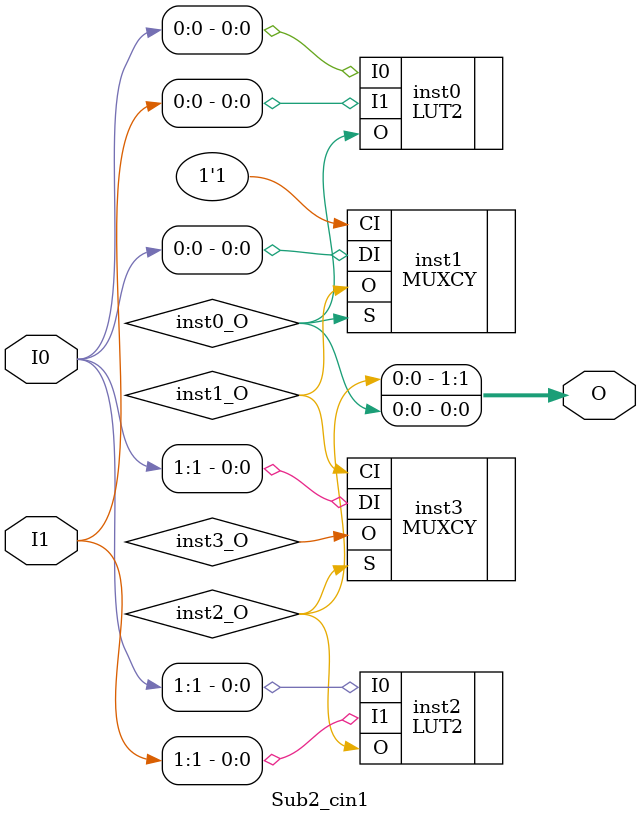
<source format=v>
module Sub2_cin1 (input [1:0] I0, input [1:0] I1, output [1:0] O);
wire  inst0_O;
wire  inst1_O;
wire  inst2_O;
wire  inst3_O;
LUT2 #(.INIT(4'h9)) inst0 (.I0(I0[0]), .I1(I1[0]), .O(inst0_O));
MUXCY inst1 (.DI(I0[0]), .CI(1'b1), .S(inst0_O), .O(inst1_O));
LUT2 #(.INIT(4'h9)) inst2 (.I0(I0[1]), .I1(I1[1]), .O(inst2_O));
MUXCY inst3 (.DI(I0[1]), .CI(inst1_O), .S(inst2_O), .O(inst3_O));
assign O = {inst2_O,inst0_O};
endmodule


</source>
